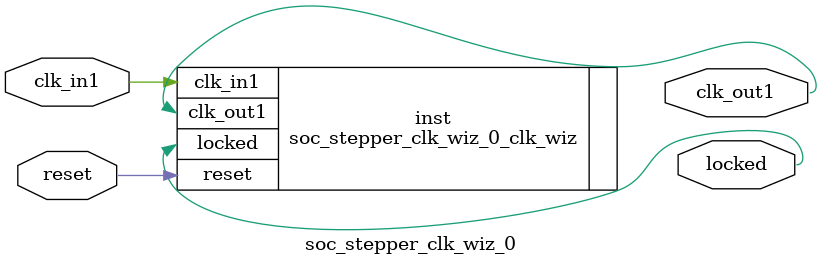
<source format=v>


`timescale 1ps/1ps

(* CORE_GENERATION_INFO = "soc_stepper_clk_wiz_0,clk_wiz_v6_0_15_0_0,{component_name=soc_stepper_clk_wiz_0,use_phase_alignment=true,use_min_o_jitter=false,use_max_i_jitter=false,use_dyn_phase_shift=false,use_inclk_switchover=false,use_dyn_reconfig=false,enable_axi=0,feedback_source=FDBK_AUTO,PRIMITIVE=MMCM,num_out_clk=1,clkin1_period=10.000,clkin2_period=10.000,use_power_down=false,use_reset=true,use_locked=true,use_inclk_stopped=false,feedback_type=SINGLE,CLOCK_MGR_TYPE=NA,manual_override=false}" *)

module soc_stepper_clk_wiz_0 
 (
  // Clock out ports
  output        clk_out1,
  // Status and control signals
  input         reset,
  output        locked,
 // Clock in ports
  input         clk_in1
 );

  soc_stepper_clk_wiz_0_clk_wiz inst
  (
  // Clock out ports  
  .clk_out1(clk_out1),
  // Status and control signals               
  .reset(reset), 
  .locked(locked),
 // Clock in ports
  .clk_in1(clk_in1)
  );

endmodule

</source>
